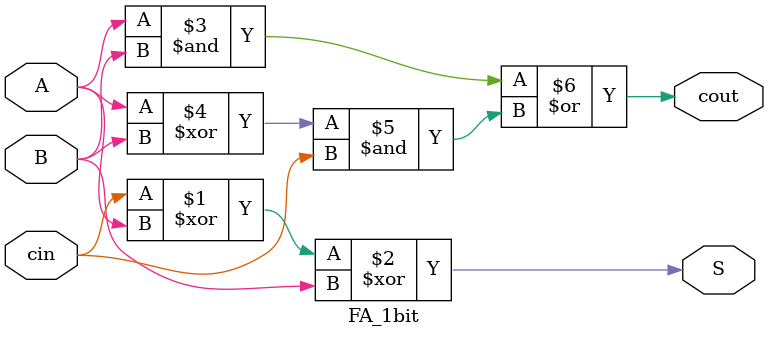
<source format=v>
module FA_1bit #(
    parameter width=1
) (
    input wire A,
    input wire B,
    input wire cin,
    output wire S,
    output wire cout
);
    assign S = cin ^ A ^ B;
    assign cout = (A & B)|((A ^ B) & cin);
endmodule

</source>
